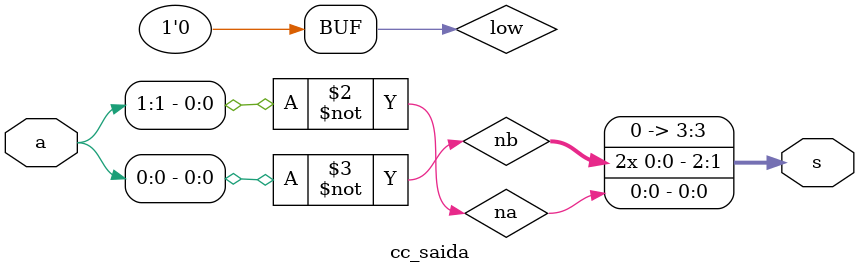
<source format=v>
module cc_saida (
input	[1:0] a,
output	[3:0] s);

wire na,nb, low;

not(na, a[1]);
not(nb, a[0]);
and(low, a[1],na);

buf(s[3], low);
buf(s[2], nb);
buf(s[1], nb);
buf(s[0], na);



endmodule


</source>
